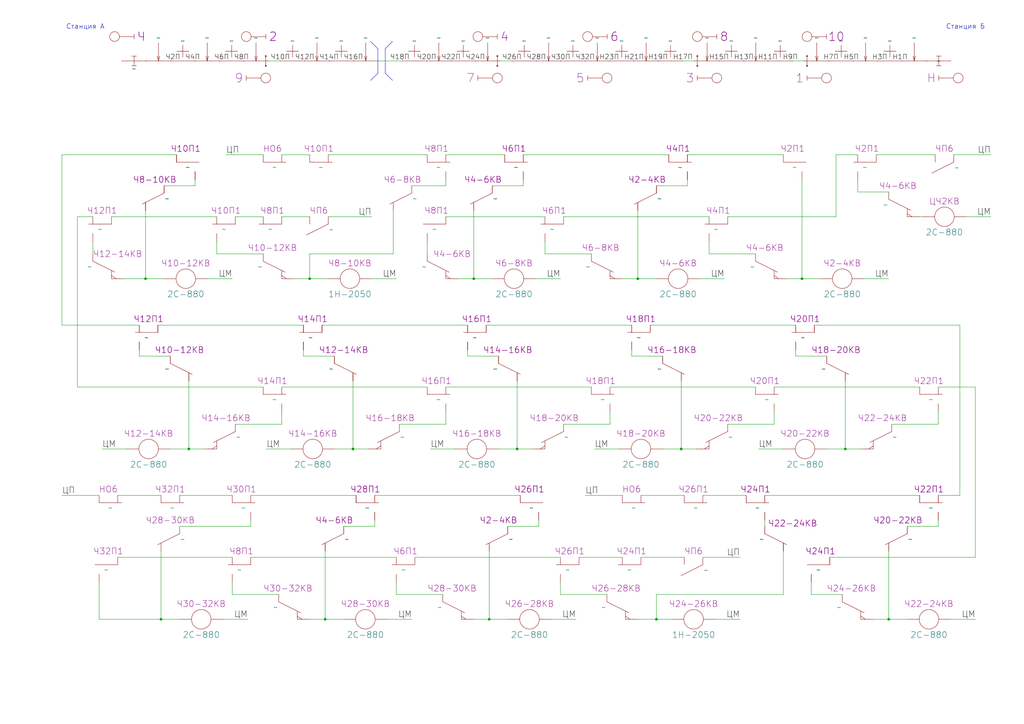
<source format=kicad_sch>
(kicad_sch (version 20231120) (generator "eeschema") (generator_version "8.0")
  (paper "A3")
  (title_block (title "Станция А") (company "МКТ РУТ (МИИТ)") (comment 1 "КП 27.02.03.03.000 ГЧ") (comment 2 "Сафранович") (comment 3 "Бузунова"))
  (junction (at 144.78 184.15))
  (junction (at 328.93 114.3))
  (junction (at 346.71 184.15))
  (junction (at 269.24 254))
  (junction (at 212.09 184.15))
  (junction (at 77.47 184.15))
  (junction (at 364.49 254))
  (junction (at 59.69 114.3))
  (junction (at 261.62 114.3))
  (junction (at 194.31 114.3))
  (junction (at 133.35 254))
  (junction (at 66.04 254))
  (junction (at 200.66 254))
  (junction (at 127 114.3))
  (junction (at 279.4 184.15))
  (wire (pts (xy 384.81 215.9) (xy 384.81 213.36)))
  (wire (pts (xy 328.93 114.3) (xy 336.55 114.3)))
  (wire (pts (xy 288.29 228.6) (xy 303.53 228.6)))
  (wire (pts (xy 182.88 173.99) (xy 163.83 173.99)))
  (wire (pts (xy 73.66 203.2) (xy 95.25 203.2)))
  (wire (pts (xy 77.47 156.21) (xy 77.47 184.15)))
  (wire (pts (xy 191.77 133.35) (xy 132.08 133.35)))
  (wire (pts (xy 38.1 88.9) (xy 31.75 88.9)))
  (polyline (pts (xy 158 20) (xy 158 30)))
  (wire (pts (xy 40.64 254) (xy 66.04 254)))
  (wire (pts (xy 186.69 184.15) (xy 176.53 184.15)))
  (wire (pts (xy 377.19 88.9) (xy 378.46 88.9)))
  (wire (pts (xy 229.87 243.84) (xy 248.92 243.84)))
  (wire (pts (xy 48.26 203.2) (xy 66.04 203.2)))
  (wire (pts (xy 162.56 238.76) (xy 162.56 243.84)))
  (wire (pts (xy 353.06 184.15) (xy 346.71 184.15)))
  (wire (pts (xy 321.31 184.15) (xy 311.15 184.15)))
  (wire (pts (xy 158.75 254) (xy 168.91 254)))
  (wire (pts (xy 223.52 104.14) (xy 242.57 104.14)))
  (wire (pts (xy 332.74 243.84) (xy 345.44 243.84)))
  (wire (pts (xy 31.75 88.9) (xy 31.75 158.75)))
  (wire (pts (xy 40.64 238.76) (xy 40.64 254)))
  (wire (pts (xy 77.47 184.15) (xy 69.85 184.15)))
  (wire (pts (xy 262.89 228.6) (xy 280.67 228.6)))
  (wire (pts (xy 115.57 158.75) (xy 175.26 158.75)))
  (wire (pts (xy 293.37 254) (xy 303.53 254)))
  (wire (pts (xy 321.31 226.06) (xy 321.31 243.84)))
  (wire (pts (xy 359.41 63.5) (xy 383.54 63.5)))
  (wire (pts (xy 242.57 158.75) (xy 182.88 158.75)))
  (wire (pts (xy 73.66 215.9) (xy 102.87 215.9)))
  (wire (pts (xy 358.14 254) (xy 364.49 254)))
  (wire (pts (xy 351.79 73.66) (xy 351.79 78.74)))
  (wire (pts (xy 120.65 114.3) (xy 127 114.3)))
  (wire (pts (xy 250.19 173.99) (xy 231.14 173.99)))
  (wire (pts (xy 25.4 63.5) (xy 25.4 133.35)))
  (wire (pts (xy 133.35 226.06) (xy 133.35 254)))
  (wire (pts (xy 332.74 238.76) (xy 332.74 243.84)))
  (wire (pts (xy 124.46 146.05) (xy 124.46 143.51)))
  (wire (pts (xy 127 114.3) (xy 134.62 114.3)))
  (wire (pts (xy 204.47 146.05) (xy 191.77 146.05)))
  (wire (pts (xy 271.78 146.05) (xy 259.08 146.05)))
  (wire (pts (xy 77.47 184.15) (xy 83.82 184.15)))
  (wire (pts (xy 144.78 184.15) (xy 137.16 184.15)))
  (wire (pts (xy 339.09 146.05) (xy 326.39 146.05)))
  (wire (pts (xy 48.26 228.6) (xy 95.25 228.6)))
  (wire (pts (xy 290.83 104.14) (xy 309.88 104.14)))
  (wire (pts (xy 226.06 254) (xy 236.22 254)))
  (wire (pts (xy 219.71 114.3) (xy 229.87 114.3)))
  (wire (pts (xy 259.08 133.35) (xy 199.39 133.35)))
  (wire (pts (xy 31.75 158.75) (xy 107.95 158.75)))
  (wire (pts (xy 290.83 99.06) (xy 290.83 104.14)))
  (wire (pts (xy 45.72 88.9) (xy 88.9 88.9)))
  (wire (pts (xy 372.11 215.9) (xy 384.81 215.9)))
  (wire (pts (xy 384.81 168.91) (xy 384.81 173.99)))
  (wire (pts (xy 287.02 114.3) (xy 297.18 114.3)))
  (wire (pts (xy 115.57 88.9) (xy 127 88.9)))
  (wire (pts (xy 59.69 86.36) (xy 59.69 114.3)))
  (wire (pts (xy 25.4 133.35) (xy 57.15 133.35)))
  (wire (pts (xy 102.87 215.9) (xy 102.87 213.36)))
  (wire (pts (xy 261.62 86.36) (xy 261.62 114.3)))
  (wire (pts (xy 95.25 238.76) (xy 95.25 243.84)))
  (wire (pts (xy 115.57 168.91) (xy 115.57 173.99)))
  (wire (pts (xy 313.69 203.2) (xy 377.19 203.2)))
  (wire (pts (xy 96.52 88.9) (xy 107.95 88.9)))
  (wire (pts (xy 25.4 203.2) (xy 40.64 203.2)))
  (wire (pts (xy 377.19 158.75) (xy 317.5 158.75)))
  (wire (pts (xy 240.03 203.2) (xy 255.27 203.2)))
  (wire (pts (xy 168.91 76.2) (xy 182.88 76.2)))
  (wire (pts (xy 364.49 254) (xy 372.11 254)))
  (wire (pts (xy 88.9 99.06) (xy 88.9 104.14)))
  (wire (pts (xy 95.25 243.84) (xy 114.3 243.84)))
  (wire (pts (xy 309.88 158.75) (xy 250.19 158.75)))
  (wire (pts (xy 214.63 76.2) (xy 214.63 73.66)))
  (wire (pts (xy 208.28 215.9) (xy 220.98 215.9)))
  (wire (pts (xy 175.26 99.06) (xy 175.26 104.14)))
  (wire (pts (xy 384.81 173.99) (xy 365.76 173.99)))
  (wire (pts (xy 144.78 156.21) (xy 144.78 184.15)))
  (wire (pts (xy 102.87 203.2) (xy 146.05 203.2)))
  (wire (pts (xy 279.4 156.21) (xy 279.4 184.15)))
  (wire (pts (xy 346.71 156.21) (xy 346.71 184.15)))
  (wire (pts (xy 400.05 158.75) (xy 400.05 228.6)))
  (wire (pts (xy 200.66 254) (xy 208.28 254)))
  (wire (pts (xy 281.94 63.5) (xy 321.31 63.5)))
  (wire (pts (xy 269.24 243.84) (xy 321.31 243.84)))
  (wire (pts (xy 110 25) (xy 115 25)))
  (wire (pts (xy 66.04 254) (xy 73.66 254)))
  (wire (pts (xy 396.24 88.9) (xy 406.4 88.9)))
  (wire (pts (xy 269.24 76.2) (xy 281.94 76.2)))
  (wire (pts (xy 182.88 88.9) (xy 223.52 88.9)))
  (wire (pts (xy 170.18 228.6) (xy 229.87 228.6)))
  (wire (pts (xy 115.57 63.5) (xy 127 63.5)))
  (wire (pts (xy 214.63 63.5) (xy 274.32 63.5)))
  (wire (pts (xy 250.19 168.91) (xy 250.19 173.99)))
  (wire (pts (xy 57.15 146.05) (xy 57.15 143.51)))
  (wire (pts (xy 80.01 76.2) (xy 80.01 73.66)))
  (wire (pts (xy 325 25) (xy 330 25)))
  (wire (pts (xy 317.5 168.91) (xy 317.5 173.99)))
  (wire (pts (xy 326.39 133.35) (xy 266.7 133.35)))
  (wire (pts (xy 161.29 104.14) (xy 161.29 86.36)))
  (wire (pts (xy 201.93 76.2) (xy 214.63 76.2)))
  (wire (pts (xy 102.87 228.6) (xy 162.56 228.6)))
  (wire (pts (xy 69.85 146.05) (xy 57.15 146.05)))
  (wire (pts (xy 317.5 173.99) (xy 298.45 173.99)))
  (wire (pts (xy 194.31 86.36) (xy 194.31 114.3)))
  (wire (pts (xy 261.62 114.3) (xy 269.24 114.3)))
  (wire (pts (xy 191.77 146.05) (xy 191.77 143.51)))
  (wire (pts (xy 182.88 63.5) (xy 207.01 63.5)))
  (wire (pts (xy 85.09 114.3) (xy 95.25 114.3)))
  (wire (pts (xy 144.78 184.15) (xy 151.13 184.15)))
  (wire (pts (xy 205 25) (xy 210 25)))
  (wire (pts (xy 119.38 184.15) (xy 109.22 184.15)))
  (wire (pts (xy 194.31 114.3) (xy 201.93 114.3)))
  (wire (pts (xy 162.56 243.84) (xy 181.61 243.84)))
  (wire (pts (xy 340.36 228.6) (xy 400.05 228.6)))
  (wire (pts (xy 137.16 146.05) (xy 124.46 146.05)))
  (wire (pts (xy 182.88 76.2) (xy 182.88 73.66)))
  (wire (pts (xy 261.62 254) (xy 269.24 254)))
  (wire (pts (xy 88.9 104.14) (xy 107.95 104.14)))
  (wire (pts (xy 67.31 76.2) (xy 80.01 76.2)))
  (wire (pts (xy 134.62 88.9) (xy 152.4 88.9)))
  (wire (pts (xy 91.44 254) (xy 101.6 254)))
  (wire (pts (xy 269.24 254) (xy 269.24 243.84)))
  (wire (pts (xy 326.39 146.05) (xy 326.39 143.51)))
  (wire (pts (xy 342.9 63.5) (xy 351.79 63.5)))
  (wire (pts (xy 200.66 226.06) (xy 200.66 254)))
  (wire (pts (xy 393.7 203.2) (xy 393.7 133.35)))
  (wire (pts (xy 354.33 114.3) (xy 364.49 114.3)))
  (wire (pts (xy 212.09 184.15) (xy 218.44 184.15)))
  (wire (pts (xy 133.35 254) (xy 140.97 254)))
  (wire (pts (xy 280 25) (xy 285 25)))
  (wire (pts (xy 212.09 184.15) (xy 204.47 184.15)))
  (wire (pts (xy 182.88 168.91) (xy 182.88 173.99)))
  (wire (pts (xy 254 184.15) (xy 243.84 184.15)))
  (wire (pts (xy 153.67 203.2) (xy 213.36 203.2)))
  (wire (pts (xy 364.49 226.06) (xy 364.49 254)))
  (wire (pts (xy 351.79 78.74) (xy 364.49 78.74)))
  (wire (pts (xy 281.94 76.2) (xy 281.94 73.66)))
  (wire (pts (xy 231.14 88.9) (xy 290.83 88.9)))
  (wire (pts (xy 389.89 254) (xy 400.05 254)))
  (wire (pts (xy 223.52 99.06) (xy 223.52 104.14)))
  (wire (pts (xy 279.4 184.15) (xy 271.78 184.15)))
  (wire (pts (xy 346.71 184.15) (xy 339.09 184.15)))
  (wire (pts (xy 134.62 63.5) (xy 175.26 63.5)))
  (wire (pts (xy 279.4 184.15) (xy 285.75 184.15)))
  (wire (pts (xy 115.57 173.99) (xy 96.52 173.99)))
  (wire (pts (xy 59.69 114.3) (xy 67.31 114.3)))
  (wire (pts (xy 313.69 215.9) (xy 313.69 213.36)))
  (wire (pts (xy 200.66 254) (xy 194.31 254)))
  (wire (pts (xy 50.8 114.3) (xy 59.69 114.3)))
  (wire (pts (xy 127 254) (xy 133.35 254)))
  (wire (pts (xy 288.29 203.2) (xy 306.07 203.2)))
  (wire (pts (xy 384.81 203.2) (xy 393.7 203.2)))
  (wire (pts (xy 322.58 114.3) (xy 328.93 114.3)))
  (wire (pts (xy 187.96 114.3) (xy 194.31 114.3)))
  (wire (pts (xy 342.9 88.9) (xy 298.45 88.9)))
  (polyline (pts (xy 161 17) (xy 158 20)))
  (wire (pts (xy 155 25) (xy 165 25)))
  (wire (pts (xy 38.1 99.06) (xy 38.1 104.14)))
  (polyline (pts (xy 158 30) (xy 161 33)))
  (wire (pts (xy 269.24 254) (xy 275.59 254)))
  (wire (pts (xy 391.16 63.5) (xy 406.4 63.5)))
  (polyline (pts (xy 155 20) (xy 155 30)))
  (wire (pts (xy 237.49 228.6) (xy 255.27 228.6)))
  (wire (pts (xy 259.08 146.05) (xy 259.08 143.51)))
  (wire (pts (xy 66.04 226.06) (xy 66.04 254)))
  (wire (pts (xy 220.98 215.9) (xy 220.98 213.36)))
  (wire (pts (xy 261.62 114.3) (xy 255.27 114.3)))
  (polyline (pts (xy 152 17) (xy 155 20)))
  (wire (pts (xy 212.09 156.21) (xy 212.09 184.15)))
  (wire (pts (xy 140.97 215.9) (xy 153.67 215.9)))
  (wire (pts (xy 152.4 114.3) (xy 162.56 114.3)))
  (wire (pts (xy 384.81 158.75) (xy 400.05 158.75)))
  (wire (pts (xy 153.67 215.9) (xy 153.67 213.36)))
  (wire (pts (xy 229.87 238.76) (xy 229.87 243.84)))
  (wire (pts (xy 124.46 133.35) (xy 64.77 133.35)))
  (wire (pts (xy 25.4 63.5) (xy 72.39 63.5)))
  (wire (pts (xy 262.89 203.2) (xy 280.67 203.2)))
  (wire (pts (xy 334.01 133.35) (xy 393.7 133.35)))
  (wire (pts (xy 92.71 63.5) (xy 107.95 63.5)))
  (wire (pts (xy 52.07 184.15) (xy 41.91 184.15)))
  (wire (pts (xy 328.93 73.66) (xy 328.93 114.3)))
  (polyline (pts (xy 152 33) (xy 155 30)))
  (wire (pts (xy 127 104.14) (xy 161.29 104.14)))
  (wire (pts (xy 127 104.14) (xy 127 114.3)))
  (wire (pts (xy 342.9 63.5) (xy 342.9 88.9)))
  (text "Станция А" (at 35 11 0) (effects (font (size 2 2))))
  (text "Станция Б" (at 396 11 0) (effects (font (size 2 2))))
  (label "Ч22П" (at 189 25 180) (effects (font (size 2 2))) (property "Netclass" "Рельсы" (effects (hide yes))))
  (label "ЦП" (at 240.03 203.2 0) (effects (font (size 2.5 2.5))) (property "Netclass" "Цепь" (effects (hide yes))))
  (label "ЦМ" (at 168.91 254 180) (effects (font (size 2.5 2.5))) (property "Netclass" "Цепь" (effects (hide yes))))
  (label "Ч14П" (at 139 25 180) (effects (font (size 2 2))) (property "Netclass" "Рельсы" (effects (hide yes))))
  (label "Ч16П" (at 141 25 0) (effects (font (size 2 2))) (property "Netclass" "Рельсы" (effects (hide yes))))
  (label "ЦП" (at 406.4 63.5 180) (effects (font (size 2.5 2.5))) (property "Netclass" "Цепь" (effects (hide yes))))
  (label "ЦМ" (at 364.49 114.3 180) (effects (font (size 2.5 2.5))) (property "Netclass" "Цепь" (effects (hide yes))))
  (label "ЦМ" (at 95.25 114.3 180) (effects (font (size 2.5 2.5))) (property "Netclass" "Цепь" (effects (hide yes))))
  (label "Н15П" (at 299 25 180) (effects (font (size 2 2))) (property "Netclass" "Рельсы" (effects (hide yes))))
  (label "Н9П" (at 321 25 0) (effects (font (size 2 2))) (property "Netclass" "Рельсы" (effects (hide yes))))
  (label "Ч12П" (at 121 25 0) (effects (font (size 2 2))) (property "Netclass" "Рельсы" (effects (hide yes))))
  (label "ЦМ" (at 297.18 114.3 180) (effects (font (size 2.5 2.5))) (property "Netclass" "Цепь" (effects (hide yes))))
  (label "Ч28П" (at 216 25 0) (effects (font (size 2 2))) (property "Netclass" "Рельсы" (effects (hide yes))))
  (label "ЦП" (at 92.71 63.5 0) (effects (font (size 2.5 2.5))) (property "Netclass" "Цепь" (effects (hide yes))))
  (label "Н3П" (at 364 25 180) (effects (font (size 2 2))) (property "Netclass" "Рельсы" (effects (hide yes))))
  (label "Ч26П" (at 214 25 180) (effects (font (size 2 2))) (property "Netclass" "Рельсы" (effects (hide yes))))
  (label "Ч8П" (at 96 25 0) (effects (font (size 2 2))) (property "Netclass" "Рельсы" (effects (hide yes))))
  (label "Ч10П" (at 119 25 180) (effects (font (size 2 2))) (property "Netclass" "Рельсы" (effects (hide yes))))
  (label "Н13П" (at 301 25 0) (effects (font (size 2 2))) (property "Netclass" "Рельсы" (effects (hide yes))))
  (label "Ч2П" (at 74 25 180) (effects (font (size 2 2))) (property "Netclass" "Рельсы" (effects (hide yes))))
  (label "ЦП" (at 303.53 228.6 180) (effects (font (size 2.5 2.5))) (property "Netclass" "Цепь" (effects (hide yes))))
  (label "ЦМ" (at 176.53 184.15 0) (effects (font (size 2.5 2.5))) (property "Netclass" "Цепь" (effects (hide yes))))
  (label "Н23П" (at 254 25 180) (effects (font (size 2 2))) (property "Netclass" "Рельсы" (effects (hide yes))))
  (label "ЦМ" (at 406.4 88.9 180) (effects (font (size 2.5 2.5))) (property "Netclass" "Цепь" (effects (hide yes))))
  (label "ЦМ" (at 303.53 254 180) (effects (font (size 2.5 2.5))) (property "Netclass" "Цепь" (effects (hide yes))))
  (label "ЦМ" (at 400.05 254 180) (effects (font (size 2.5 2.5))) (property "Netclass" "Цепь" (effects (hide yes))))
  (label "Ч6П" (at 94 25 180) (effects (font (size 2 2))) (property "Netclass" "Рельсы" (effects (hide yes))))
  (label "Н7П" (at 344 25 180) (effects (font (size 2 2))) (property "Netclass" "Рельсы" (effects (hide yes))))
  (label "ЦМ" (at 229.87 114.3 180) (effects (font (size 2.5 2.5))) (property "Netclass" "Цепь" (effects (hide yes))))
  (label "Ч4П" (at 76 25 0) (effects (font (size 2 2))) (property "Netclass" "Рельсы" (effects (hide yes))))
  (label "ЦМ" (at 236.22 254 180) (effects (font (size 2.5 2.5))) (property "Netclass" "Цепь" (effects (hide yes))))
  (label "ЦМ" (at 162.56 114.3 180) (effects (font (size 2.5 2.5))) (property "Netclass" "Цепь" (effects (hide yes))))
  (label "ЦМ" (at 101.6 254 180) (effects (font (size 2.5 2.5))) (property "Netclass" "Цепь" (effects (hide yes))))
  (label "Ч30П" (at 234 25 180) (effects (font (size 2 2))) (property "Netclass" "Рельсы" (effects (hide yes))))
  (label "Ч20П" (at 171 25 0) (effects (font (size 2 2))) (property "Netclass" "Рельсы" (effects (hide yes))))
  (label "Н1П" (at 366 25 0) (effects (font (size 2 2))) (property "Netclass" "Рельсы" (effects (hide yes))))
  (label "Н11П" (at 319 25 180) (effects (font (size 2 2))) (property "Netclass" "Рельсы" (effects (hide yes))))
  (label "ЦП" (at 25.4 203.2 0) (effects (font (size 2.5 2.5))) (property "Netclass" "Цепь" (effects (hide yes))))
  (label "Н19П" (at 274 25 180) (effects (font (size 2 2))) (property "Netclass" "Рельсы" (effects (hide yes))))
  (label "Н21П" (at 256 25 0) (effects (font (size 2 2))) (property "Netclass" "Рельсы" (effects (hide yes))))
  (label "ЦМ" (at 109.22 184.15 0) (effects (font (size 2.5 2.5))) (property "Netclass" "Цепь" (effects (hide yes))))
  (label "Ч24П" (at 191 25 0) (effects (font (size 2 2))) (property "Netclass" "Рельсы" (effects (hide yes))))
  (label "Ч32П" (at 236 25 0) (effects (font (size 2 2))) (property "Netclass" "Рельсы" (effects (hide yes))))
  (label "Н17П" (at 276 25 0) (effects (font (size 2 2))) (property "Netclass" "Рельсы" (effects (hide yes))))
  (label "ЦМ" (at 243.84 184.15 0) (effects (font (size 2.5 2.5))) (property "Netclass" "Цепь" (effects (hide yes))))
  (label "ЦП" (at 152.4 88.9 180) (effects (font (size 2.5 2.5))) (property "Netclass" "Цепь" (effects (hide yes))))
  (label "Н5П" (at 346 25 0) (effects (font (size 2 2))) (property "Netclass" "Рельсы" (effects (hide yes))))
  (label "ЦМ" (at 41.91 184.15 0) (effects (font (size 2.5 2.5))) (property "Netclass" "Цепь" (effects (hide yes))))
  (label "ЦМ" (at 311.15 184.15 0) (effects (font (size 2.5 2.5))) (property "Netclass" "Цепь" (effects (hide yes))))
  (label "Ч18П" (at 168 25 180) (effects (font (size 2 2))) (property "Netclass" "Рельсы" (effects (hide yes))))
  (symbol (lib_id "SCB_Relay:Контакт_нейтрального_якоря_НЗ") (at 128.27 133.35 0) (mirror y) (unit 1)
    (property "Reference" "Н1111111311" (effects (hide yes)))
    (property "Value" "~" (at 127.425 138.43 0) (effects (font (size 2.5 2.5))))
    (property "Обозначение реле" "Ч14П1" (at 128.27 130.81 0) (effects (font (size 2.5 2.5))))
  )
  (symbol (lib_name "SCB_АБТЦ:Генератор_Нитки") (lib_id "SCB_АБТЦ:Генератор_Нитки") (at 180 25 180) (unit 1)
    (property "Reference" "Генератор111111121" (effects (hide yes)))
    (property "Value" "~" (at 180 15.48 0) (effects (font (size 2.5 2.5))))
  )
  (symbol (lib_name "SCB_АБТЦ:Генератор_Нитки") (lib_id "SCB_АБТЦ:Генератор_Нитки") (at 65 25 180) (unit 1)
    (property "Reference" "Генератор11111" (effects (hide yes)))
    (property "Value" "~" (at 65 15.48 0) (effects (font (size 2.5 2.5))))
  )
  (symbol (lib_id "SCB_Relay:Контакт_нейтрального_якоря") (at 185.42 243.84 0) (unit 6)
    (property "Reference" "Н111111121" (effects (hide yes)))
    (property "Value" "~" (at 180.34 249.09 0) (effects (font (size 2.5 2.5))))
    (property "Обозначение реле" "Ч28-30КВ" (at 185.42 241.3 0) (effects (font (size 2.5 2.5))))
  )
  (symbol (lib_name "SCB_Relay:Контакт_нейтрального_якоря_НЗ") (lib_id "SCB_Relay:Контакт_нейтрального_якоря_НЗ") (at 99.06 203.2 0) (unit 1)
    (property "Reference" "Н11111111" (effects (hide yes)))
    (property "Value" "~" (at 99.905 208.28 0) (effects (font (size 2.5 2.5))))
    (property "Обозначение реле" "Ч30П1" (at 99.06 200.66 0) (effects (font (size 2.5 2.5))))
  )
  (symbol (lib_id "SCB:Светофор") (at 385 32 180) (unit 1)
    (property "Reference" "Светофор1131" (effects (hide yes)))
    (property "Литера" "Н" (at 382 32 0) (effects (font (size 3.5 3.5))))
  )
  (symbol (lib_name "SCB_Relay:Контакт_нейтрального_якоря_НЗ") (lib_id "SCB_Relay:Контакт_нейтрального_якоря_НЗ") (at 233.68 228.6 0) (mirror y) (unit 1)
    (property "Reference" "Н111111113" (effects (hide yes)))
    (property "Value" "~" (at 232.835 233.68 0) (effects (font (size 2.5 2.5))))
    (property "Обозначение реле" "Ч26П1" (at 233.68 226.06 0) (effects (font (size 2.5 2.5))))
  )
  (symbol (lib_name "SCB_АБТЦ:Генератор_Нитки") (lib_id "SCB_АБТЦ:Генератор_Нитки") (at 290 25 180) (unit 1)
    (property "Reference" "Генератор11111161" (effects (hide yes)))
    (property "Value" "~" (at 290 15.48 0) (effects (font (size 2.5 2.5))))
  )
  (symbol (lib_name "SCB_Relay:Контакт_нейтрального_якоря_НЗ") (lib_id "SCB_Relay:Контакт_нейтрального_якоря_НЗ") (at 41.91 88.9 0) (mirror y) (unit 1)
    (property "Reference" "Н111111111" (effects (hide yes)))
    (property "Value" "~" (at 41.065 93.98 0) (effects (font (size 2.5 2.5))))
    (property "Обозначение реле" "Ч12П1" (at 41.91 86.36 0) (effects (font (size 2.5 2.5))))
  )
  (symbol (lib_id "SCB_Relay:Нейтральное") (at 345.44 114.3 0) (unit 1)
    (property "Reference" "Н11" (effects (hide yes)))
    (property "Value" "2С-880" (at 345.44 120.65 0) (effects (font (size 2.5 2.5))))
    (property "Обозначение реле" "Ч2-4КВ" (at 345.44 107.95 0) (effects (font (size 2.5 2.5))))
  )
  (symbol (lib_name "SCB_Relay:Контакт_нейтрального_якоря") (lib_id "SCB_Relay:Контакт_нейтрального_якоря") (at 387.35 63.5 0) (mirror y) (unit 3)
    (property "Reference" "Н111111121" (effects (hide yes)))
    (property "Value" "~" (at 392.43 68.75 0) (effects (font (size 2.5 2.5))))
    (property "Обозначение реле" "ЧП6" (at 387.35 60.96 0) (effects (font (size 2.5 2.5))))
  )
  (symbol (lib_name "SCB_Relay:Контакт_нейтрального_якоря") (lib_id "SCB_Relay:Контакт_нейтрального_якоря") (at 111.76 104.14 0) (unit 6)
    (property "Reference" "Н1111111" (effects (hide yes)))
    (property "Value" "~" (at 106.68 109.39 0) (effects (font (size 2.5 2.5))))
    (property "Обозначение реле" "Ч10-12КВ" (at 111.76 101.6 0) (effects (font (size 2.5 2.5))))
  )
  (symbol (lib_name "SCB_АБТЦ:Генератор_Нитки") (lib_id "SCB_АБТЦ:Генератор_Нитки") (at 265 25 180) (unit 1)
    (property "Reference" "Генератор11111151" (effects (hide yes)))
    (property "Value" "~" (at 265 15.48 0) (effects (font (size 2.5 2.5))))
  )
  (symbol (lib_name "SCB_Relay:Контакт_нейтрального_якоря") (lib_id "SCB_Relay:Контакт_нейтрального_якоря") (at 368.3 78.74 0) (unit 6)
    (property "Reference" "Н11111112" (effects (hide yes)))
    (property "Value" "~" (at 363.22 83.99 0) (effects (font (size 2.5 2.5))))
    (property "Обозначение реле" "Ч4-6КВ" (at 368.3 76.2 0) (effects (font (size 2.5 2.5))))
  )
  (symbol (lib_id "SCB_Relay:Нейтральное") (at 330.2 184.15 0) (mirror y) (unit 1)
    (property "Reference" "Н111" (effects (hide yes)))
    (property "Value" "2С-880" (at 330.2 190.5 0) (effects (font (size 2.5 2.5))))
    (property "Обозначение реле" "Ч20-22КВ" (at 330.2 177.8 0) (effects (font (size 2.5 2.5))))
  )
  (symbol (lib_name "SCB_Relay:Контакт_нейтрального_якоря") (lib_id "SCB_Relay:Контакт_нейтрального_якоря") (at 92.71 173.99 0) (mirror y) (unit 6)
    (property "Reference" "Н11111112211" (effects (hide yes)))
    (property "Value" "~" (at 97.79 179.24 0) (effects (font (size 2.5 2.5))))
    (property "Обозначение реле" "Ч14-16КВ" (at 92.71 171.45 0) (effects (font (size 2.5 2.5))))
  )
  (symbol (lib_name "SCB_Relay:Контакт_нейтрального_якоря") (lib_id "SCB_Relay:Контакт_нейтрального_якоря") (at 73.66 146.05 0) (unit 2)
    (property "Reference" "Н1111111311" (effects (hide yes)))
    (property "Value" "~" (at 68.58 151.3 0) (effects (font (size 2.5 2.5))))
    (property "Обозначение реле" "Ч10-12КВ" (at 73.66 143.51 0) (effects (font (size 2.5 2.5))))
  )
  (symbol (lib_name "SCB_Relay:Контакт_нейтрального_якоря_НЗ") (lib_id "SCB_Relay:Контакт_нейтрального_якоря_НЗ") (at 130.81 63.5 0) (unit 3)
    (property "Reference" "Н111111" (effects (hide yes)))
    (property "Value" "~" (at 131.655 68.58 0) (effects (font (size 2.5 2.5))))
    (property "Обозначение реле" "Ч10П1" (at 130.81 60.96 0) (effects (font (size 2.5 2.5))))
  )
  (symbol (lib_name "SCB_Relay:Контакт_нейтрального_якоря_НЗ") (lib_id "SCB_Relay:Контакт_нейтрального_якоря_НЗ") (at 195.58 133.35 0) (mirror y) (unit 1)
    (property "Reference" "Н1111111311" (effects (hide yes)))
    (property "Value" "~" (at 194.735 138.43 0) (effects (font (size 2.5 2.5))))
    (property "Обозначение реле" "Ч16П1" (at 195.58 130.81 0) (effects (font (size 2.5 2.5))))
  )
  (symbol (lib_id "SCB_Relay:Нейтральное") (at 210.82 114.3 0) (unit 1)
    (property "Reference" "Н11" (effects (hide yes)))
    (property "Value" "2С-880" (at 210.82 120.65 0) (effects (font (size 2.5 2.5))))
    (property "Обозначение реле" "Ч6-8КВ" (at 210.82 107.95 0) (effects (font (size 2.5 2.5))))
  )
  (symbol (lib_name "SCB_Relay:Контакт_нейтрального_якоря") (lib_id "SCB_Relay:Контакт_нейтрального_якоря") (at 165.1 76.2 0) (mirror y) (unit 2)
    (property "Reference" "Н111111" (effects (hide yes)))
    (property "Value" "~" (at 170.18 81.45 0) (effects (font (size 2.5 2.5))))
    (property "Обозначение реле" "Ч6-8КВ" (at 165.1 73.66 0) (effects (font (size 2.5 2.5))))
  )
  (symbol (lib_name "SCB_АБТЦ:Генератор_Нитки") (lib_id "SCB_АБТЦ:Генератор_Нитки") (at 130 25 180) (unit 1)
    (property "Reference" "Генератор111111111" (effects (hide yes)))
    (property "Value" "~" (at 130 15.48 0) (effects (font (size 2.5 2.5))))
  )
  (symbol (lib_name "SCB_АБТЦ:Приемник_Нитки") (lib_id "SCB_АБТЦ:Приемник_Нитки") (at 120 25 180) (unit 1)
    (property "Reference" "Приемник1111111" (effects (hide yes)))
    (property "Value" "~" (at 120 16.75 0) (effects (font (size 2.5 2.5))))
  )
  (symbol (lib_name "SCB_Relay:Контакт_нейтрального_якоря") (lib_id "SCB_Relay:Контакт_нейтрального_якоря") (at 179.07 104.14 0) (unit 6)
    (property "Reference" "Н11111112" (effects (hide yes)))
    (property "Value" "~" (at 173.99 109.39 0) (effects (font (size 2.5 2.5))))
    (property "Обозначение реле" "Ч4-6КВ" (at 185.42 104.14 0) (effects (font (size 2.5 2.5))))
  )
  (symbol (lib_id "SCB_Relay:Нейтральное") (at 128.27 184.15 0) (mirror y) (unit 1)
    (property "Reference" "Н1121" (effects (hide yes)))
    (property "Value" "2С-880" (at 128.27 190.5 0) (effects (font (size 2.5 2.5))))
    (property "Обозначение реле" "Ч14-16КВ" (at 128.27 177.8 0) (effects (font (size 2.5 2.5))))
  )
  (symbol (lib_id "SCB:Светофор") (at 101 32 180) (unit 1)
    (property "Reference" "Светофор121" (effects (hide yes)))
    (property "Литера" "9" (at 98 32 0) (effects (font (size 3.5 3.5))))
  )
  (symbol (lib_name "SCB_Relay:Контакт_нейтрального_якоря") (lib_id "SCB_Relay:Контакт_нейтрального_якоря") (at 118.11 243.84 0) (unit 6)
    (property "Reference" "Н111111121" (effects (hide yes)))
    (property "Value" "~" (at 113.03 249.09 0) (effects (font (size 2.5 2.5))))
    (property "Обозначение реле" "Ч30-32КВ" (at 118.11 241.3 0) (effects (font (size 2.5 2.5))))
  )
  (symbol (lib_name "SCB_Relay:Контакт_нейтрального_якоря") (lib_id "SCB_Relay:Контакт_нейтрального_якоря") (at 41.91 104.14 0) (unit 6)
    (property "Reference" "Н111111121" (effects (hide yes)))
    (property "Value" "~" (at 36.83 109.39 0) (effects (font (size 2.5 2.5))))
    (property "Обозначение реле" "Ч12-14КВ" (at 48.26 104.14 0) (effects (font (size 2.5 2.5))))
  )
  (symbol (lib_name "SCB_Relay:Контакт_нейтрального_якоря_НЗ") (lib_id "SCB_Relay:Контакт_нейтрального_якоря_НЗ") (at 111.76 158.75 0) (unit 1)
    (property "Reference" "Н11111111211" (effects (hide yes)))
    (property "Value" "~" (at 112.605 163.83 0) (effects (font (size 2.5 2.5))))
    (property "Обозначение реле" "Ч14П1" (at 111.76 156.21 0) (effects (font (size 2.5 2.5))))
  )
  (symbol (lib_name "SCB_АБТЦ:Генератор_Нитки") (lib_id "SCB_АБТЦ:Генератор_Нитки") (at 245 25 180) (unit 1)
    (property "Reference" "Генератор11111141" (effects (hide yes)))
    (property "Value" "~" (at 245 15.48 0) (effects (font (size 2.5 2.5))))
  )
  (symbol (lib_name "SCB_Relay:Контакт_нейтрального_якоря_НЗ") (lib_id "SCB_Relay:Контакт_нейтрального_якоря_НЗ") (at 284.48 203.2 0) (unit 3)
    (property "Reference" "Н11111111" (effects (hide yes)))
    (property "Value" "~" (at 285.325 208.28 0) (effects (font (size 2.5 2.5))))
    (property "Обозначение реле" "Ч26П1" (at 284.48 200.66 0) (effects (font (size 2.5 2.5))))
  )
  (symbol (lib_name "SCB_АБТЦ:Генератор_Нитки") (lib_id "SCB_АБТЦ:Генератор_Нитки") (at 150 25 180) (unit 1)
    (property "Reference" "Генератор11111111" (effects (hide yes)))
    (property "Value" "~" (at 150 15.48 0) (effects (font (size 2.5 2.5))))
  )
  (symbol (lib_name "SCB_Relay:Контакт_нейтрального_якоря_НЗ") (lib_id "SCB_Relay:Контакт_нейтрального_якоря_НЗ") (at 111.76 63.5 0) (unit 3)
    (property "Reference" "Н11111" (effects (hide yes)))
    (property "Value" "~" (at 112.605 68.58 0) (effects (font (size 2.5 2.5))))
    (property "Обозначение реле" "НО6" (at 111.76 60.96 0) (effects (font (size 2.5 2.5))))
  )
  (symbol (lib_name "SCB_Relay:Контакт_нейтрального_якоря") (lib_id "SCB_Relay:Контакт_нейтрального_якоря") (at 317.5 215.9 0) (unit 2)
    (property "Reference" "Н11111121" (effects (hide yes)))
    (property "Value" "~" (at 312.42 221.15 0) (effects (font (size 2.5 2.5))))
    (property "Обозначение реле" "Ч22-24КВ" (at 325.12 214.63 0) (effects (font (size 2.5 2.5))))
  )
  (symbol (lib_name "SCB_Relay:Контакт_нейтрального_якоря_НЗ") (lib_id "SCB_Relay:Контакт_нейтрального_якоря_НЗ") (at 313.69 158.75 0) (unit 1)
    (property "Reference" "Н111111112" (effects (hide yes)))
    (property "Value" "~" (at 314.535 163.83 0) (effects (font (size 2.5 2.5))))
    (property "Обозначение реле" "Ч20П1" (at 313.69 156.21 0) (effects (font (size 2.5 2.5))))
  )
  (symbol (lib_name "SCB_АБТЦ:Генератор_Нитки") (lib_id "SCB_АБТЦ:Генератор_Нитки") (at 85 25 180) (unit 1)
    (property "Reference" "Генератор1111111" (effects (hide yes)))
    (property "Value" "~" (at 85 15.48 0) (effects (font (size 2.5 2.5))))
  )
  (symbol (lib_name "SCB_Relay:Контакт_нейтрального_якоря_НЗ") (lib_id "SCB_Relay:Контакт_нейтрального_якоря_НЗ") (at 262.89 133.35 0) (mirror y) (unit 1)
    (property "Reference" "Н111111131" (effects (hide yes)))
    (property "Value" "~" (at 262.045 138.43 0) (effects (font (size 2.5 2.5))))
    (property "Обозначение реле" "Ч18П1" (at 262.89 130.81 0) (effects (font (size 2.5 2.5))))
  )
  (symbol (lib_name "SCB_АБТЦ:Генератор_Нитки") (lib_id "SCB_АБТЦ:Генератор_Нитки") (at 335 25 180) (unit 1)
    (property "Reference" "Генератор11111181" (effects (hide yes)))
    (property "Value" "~" (at 335 15.48 0) (effects (font (size 2.5 2.5))))
  )
  (symbol (lib_name "SCB_Relay:Контакт_нейтрального_якоря_НЗ") (lib_id "SCB_Relay:Контакт_нейтрального_якоря_НЗ") (at 259.08 203.2 0) (unit 3)
    (property "Reference" "Н1111111" (effects (hide yes)))
    (property "Value" "~" (at 259.925 208.28 0) (effects (font (size 2.5 2.5))))
    (property "Обозначение реле" "НО6" (at 259.08 200.66 0) (effects (font (size 2.5 2.5))))
  )
  (symbol (lib_name "SCB_Relay:Контакт_нейтрального_якоря_НЗ") (lib_id "SCB_Relay:Контакт_нейтрального_якоря_НЗ") (at 99.06 228.6 0) (mirror y) (unit 1)
    (property "Reference" "Н111111111" (effects (hide yes)))
    (property "Value" "~" (at 98.215 233.68 0) (effects (font (size 2.5 2.5))))
    (property "Обозначение реле" "Ч8П1" (at 99.06 226.06 0) (effects (font (size 2.5 2.5))))
  )
  (symbol (lib_id "SCB_Relay:Нейтральное") (at 195.58 184.15 0) (mirror y) (unit 1)
    (property "Reference" "Н1121" (effects (hide yes)))
    (property "Value" "2С-880" (at 195.58 190.5 0) (effects (font (size 2.5 2.5))))
    (property "Обозначение реле" "Ч16-18КВ" (at 195.58 177.8 0) (effects (font (size 2.5 2.5))))
  )
  (symbol (lib_name "SCB_Relay:Контакт_нейтрального_якоря") (lib_id "SCB_Relay:Контакт_нейтрального_якоря") (at 361.95 173.99 0) (mirror y) (unit 6)
    (property "Reference" "Н111111121" (effects (hide yes)))
    (property "Value" "~" (at 367.03 179.24 0) (effects (font (size 2.5 2.5))))
    (property "Обозначение реле" "Ч22-24КВ" (at 361.95 171.45 0) (effects (font (size 2.5 2.5))))
  )
  (symbol (lib_id "SCB:УКСПС") (at 109 25 0) (unit 1)
    (property "Reference" "УКСПС111" (effects (hide yes)))
    (property "Литера" "?УКСПС" (effects (hide yes)))
  )
  (symbol (lib_id "SCB:Светофор") (at 109 15 0) (unit 1)
    (property "Reference" "Светофор131" (effects (hide yes)))
    (property "Литера" "2" (at 112 15 0) (effects (font (size 3.5 3.5))))
  )
  (symbol (lib_name "SCB_Relay:Контакт_нейтрального_якоря") (lib_id "SCB_Relay:Контакт_нейтрального_якоря") (at 313.69 104.14 0) (unit 6)
    (property "Reference" "Н11111112" (effects (hide yes)))
    (property "Value" "~" (at 308.61 109.39 0) (effects (font (size 2.5 2.5))))
    (property "Обозначение реле" "Ч4-6КВ" (at 313.69 101.6 0) (effects (font (size 2.5 2.5))))
  )
  (symbol (lib_name "SCB_Relay:Контакт_нейтрального_якоря_НЗ") (lib_id "SCB_Relay:Контакт_нейтрального_якоря_НЗ") (at 92.71 88.9 0) (mirror y) (unit 1)
    (property "Reference" "Н1111111" (effects (hide yes)))
    (property "Value" "~" (at 91.865 93.98 0) (effects (font (size 2.5 2.5))))
    (property "Обозначение реле" "Ч10П1" (at 92.71 86.36 0) (effects (font (size 2.5 2.5))))
  )
  (symbol (lib_name "SCB_Relay:Контакт_нейтрального_якоря_НЗ") (lib_id "SCB_Relay:Контакт_нейтрального_якоря_НЗ") (at 166.37 228.6 0) (mirror y) (unit 1)
    (property "Reference" "Н111111113" (effects (hide yes)))
    (property "Value" "~" (at 165.525 233.68 0) (effects (font (size 2.5 2.5))))
    (property "Обозначение реле" "Ч6П1" (at 166.37 226.06 0) (effects (font (size 2.5 2.5))))
  )
  (symbol (lib_id "SCB_Relay:Нейтральное") (at 76.2 114.3 0) (unit 1)
    (property "Reference" "Н111" (effects (hide yes)))
    (property "Value" "2С-880" (at 76.2 120.65 0) (effects (font (size 2.5 2.5))))
    (property "Обозначение реле" "Ч10-12КВ" (at 76.2 107.95 0) (effects (font (size 2.5 2.5))))
  )
  (symbol (lib_name "SCB_Relay:Контакт_нейтрального_якоря_НЗ") (lib_id "SCB_Relay:Контакт_нейтрального_якоря_НЗ") (at 381 158.75 0) (unit 1)
    (property "Reference" "Н111111111" (effects (hide yes)))
    (property "Value" "~" (at 381.845 163.83 0) (effects (font (size 2.5 2.5))))
    (property "Обозначение реле" "Ч22П1" (at 381 156.21 0) (effects (font (size 2.5 2.5))))
  )
  (symbol (lib_name "SCB_Relay:Контакт_нейтрального_якоря") (lib_id "SCB_Relay:Контакт_нейтрального_якоря") (at 130.81 88.9 0) (mirror y) (unit 3)
    (property "Reference" "Н111111121111" (effects (hide yes)))
    (property "Value" "~" (at 135.89 94.15 0) (effects (font (size 2.5 2.5))))
    (property "Обозначение реле" "ЧП6" (at 130.81 86.36 0) (effects (font (size 2.5 2.5))))
  )
  (symbol (lib_name "SCB_Relay:Контакт_нейтрального_якоря_НЗ") (lib_id "SCB_Relay:Контакт_нейтрального_якоря_НЗ") (at 246.38 158.75 0) (unit 1)
    (property "Reference" "Н1111111121" (effects (hide yes)))
    (property "Value" "~" (at 247.225 163.83 0) (effects (font (size 2.5 2.5))))
    (property "Обозначение реле" "Ч18П1" (at 246.38 156.21 0) (effects (font (size 2.5 2.5))))
  )
  (symbol (lib_name "SCB_Relay:Контакт_нейтрального_якоря_НЗ") (lib_id "SCB_Relay:Контакт_нейтрального_якоря_НЗ") (at 227.33 88.9 0) (mirror y) (unit 1)
    (property "Reference" "Н11111111" (effects (hide yes)))
    (property "Value" "~" (at 226.485 93.98 0) (effects (font (size 2.5 2.5))))
    (property "Обозначение реле" "Ч6П1" (at 227.33 86.36 0) (effects (font (size 2.5 2.5))))
  )
  (symbol (lib_name "SCB_Relay:Контакт_нейтрального_якоря") (lib_id "SCB_Relay:Контакт_нейтрального_якоря") (at 275.59 146.05 0) (unit 2)
    (property "Reference" "Н11111113" (effects (hide yes)))
    (property "Value" "~" (at 270.51 151.3 0) (effects (font (size 2.5 2.5))))
    (property "Обозначение реле" "Ч16-18КВ" (at 275.59 143.51 0) (effects (font (size 2.5 2.5))))
  )
  (symbol (lib_name "SCB_Relay:Контакт_нейтрального_якоря_НЗ") (lib_id "SCB_Relay:Контакт_нейтрального_якоря_НЗ") (at 179.07 63.5 0) (unit 1)
    (property "Reference" "Н1111111" (effects (hide yes)))
    (property "Value" "~" (at 179.915 68.58 0) (effects (font (size 2.5 2.5))))
    (property "Обозначение реле" "Ч8П1" (at 179.07 60.96 0) (effects (font (size 2.5 2.5))))
  )
  (symbol (lib_name "SCB_Relay:Контакт_нейтрального_якоря") (lib_id "SCB_Relay:Контакт_нейтрального_якоря") (at 208.28 146.05 0) (unit 2)
    (property "Reference" "Н111111131" (effects (hide yes)))
    (property "Value" "~" (at 203.2 151.3 0) (effects (font (size 2.5 2.5))))
    (property "Обозначение реле" "Ч14-16КВ" (at 208.28 143.51 0) (effects (font (size 2.5 2.5))))
  )
  (symbol (lib_name "SCB_Relay:Контакт_нейтрального_якоря_НЗ") (lib_id "SCB_Relay:Контакт_нейтрального_якоря_НЗ") (at 309.88 203.2 0) (unit 1)
    (property "Reference" "Н111111111" (effects (hide yes)))
    (property "Value" "~" (at 310.725 208.28 0) (effects (font (size 2.5 2.5))))
    (property "Обозначение реле" "Ч24П1" (at 309.88 200.66 0) (effects (font (size 2.5 2.5))))
  )
  (symbol (lib_id "SCB_Relay:Нейтральное") (at 284.48 254 0) (unit 1)
    (property "Reference" "Н112" (effects (hide yes)))
    (property "Value" "1Н-2050" (at 284.48 260.35 0) (effects (font (size 2.5 2.5))))
    (property "Обозначение реле" "Ч24-26КВ" (at 284.48 247.65 0) (effects (font (size 2.5 2.5))))
  )
  (symbol (lib_name "SCB_Relay:Контакт_нейтрального_якоря_НЗ") (lib_id "SCB_Relay:Контакт_нейтрального_якоря_НЗ") (at 336.55 228.6 0) (mirror y) (unit 2)
    (property "Reference" "Н1111111111" (effects (hide yes)))
    (property "Value" "~" (at 335.705 233.68 0) (effects (font (size 2.5 2.5))))
    (property "Обозначение реле" "Ч24П1" (at 336.55 226.06 0) (effects (font (size 2.5 2.5))))
  )
  (symbol (lib_name "SCB_АБТЦ:Приемник_Нитки") (lib_id "SCB_АБТЦ:Приемник_Нитки") (at 95 25 180) (unit 1)
    (property "Reference" "Приемник11121" (effects (hide yes)))
    (property "Value" "~" (at 95 16.75 0) (effects (font (size 2.5 2.5))))
  )
  (symbol (lib_name "SCB_Relay:Контакт_нейтрального_якоря_НЗ") (lib_id "SCB_Relay:Контакт_нейтрального_якоря_НЗ") (at 69.85 203.2 0) (unit 3)
    (property "Reference" "Н1111111" (effects (hide yes)))
    (property "Value" "~" (at 70.695 208.28 0) (effects (font (size 2.5 2.5))))
    (property "Обозначение реле" "Ч32П1" (at 69.85 200.66 0) (effects (font (size 2.5 2.5))))
  )
  (symbol (lib_name "SCB_Relay:Контакт_нейтрального_якоря") (lib_id "SCB_Relay:Контакт_нейтрального_якоря") (at 246.38 104.14 0) (unit 6)
    (property "Reference" "Н11111112" (effects (hide yes)))
    (property "Value" "~" (at 241.3 109.39 0) (effects (font (size 2.5 2.5))))
    (property "Обозначение реле" "Ч6-8КВ" (at 246.38 101.6 0) (effects (font (size 2.5 2.5))))
  )
  (symbol (lib_name "SCB_АБТЦ:Приемник_Нитки") (lib_id "SCB_АБТЦ:Приемник_Нитки") (at 320 25 180) (unit 1)
    (property "Reference" "Приемник1111181" (effects (hide yes)))
    (property "Value" "~" (at 320 16.75 0) (effects (font (size 2.5 2.5))))
  )
  (symbol (lib_name "SCB_АБТЦ:Приемник_Нитки") (lib_id "SCB_АБТЦ:Приемник_Нитки") (at 190 25 180) (unit 1)
    (property "Reference" "Приемник11111121" (effects (hide yes)))
    (property "Value" "~" (at 190 16.75 0) (effects (font (size 2.5 2.5))))
  )
  (symbol (lib_id "SCB_Relay:Нейтральное") (at 143.51 114.3 0) (unit 1)
    (property "Reference" "Н1" (effects (hide yes)))
    (property "Value" "1Н-2050" (at 143.51 120.65 0) (effects (font (size 2.5 2.5))))
    (property "Обозначение реле" "Ч8-10КВ" (at 143.51 107.95 0) (effects (font (size 2.5 2.5))))
  )
  (symbol (lib_name "SCB_АБТЦ:Приемник_Нитки") (lib_id "SCB_АБТЦ:Приемник_Нитки") (at 255 25 180) (unit 1)
    (property "Reference" "Приемник1111151" (effects (hide yes)))
    (property "Value" "~" (at 255 16.75 0) (effects (font (size 2.5 2.5))))
  )
  (symbol (lib_name "SCB_АБТЦ:Генератор_Нитки") (lib_id "SCB_АБТЦ:Генератор_Нитки") (at 105 25 180) (unit 1)
    (property "Reference" "Генератор1111121" (effects (hide yes)))
    (property "Value" "~" (at 105 15.48 0) (effects (font (size 2.5 2.5))))
  )
  (symbol (lib_name "SCB_Relay:Контакт_нейтрального_якоря") (lib_id "SCB_Relay:Контакт_нейтрального_якоря") (at 349.25 243.84 0) (unit 6)
    (property "Reference" "Н1111111211" (effects (hide yes)))
    (property "Value" "~" (at 344.17 249.09 0) (effects (font (size 2.5 2.5))))
    (property "Обозначение реле" "Ч24-26КВ" (at 349.25 241.3 0) (effects (font (size 2.5 2.5))))
  )
  (symbol (lib_id "SCB_Relay:Нейтральное") (at 381 254 0) (unit 1)
    (property "Reference" "Н1111" (effects (hide yes)))
    (property "Value" "2С-880" (at 381 260.35 0) (effects (font (size 2.5 2.5))))
    (property "Обозначение реле" "Ч22-24КВ" (at 381 247.65 0) (effects (font (size 2.5 2.5))))
  )
  (symbol (lib_name "SCB_АБТЦ:Приемник_Нитки") (lib_id "SCB_АБТЦ:Приемник_Нитки") (at 215 25 180) (unit 1)
    (property "Reference" "Приемник1111131" (effects (hide yes)))
    (property "Value" "~" (at 215 16.75 0) (effects (font (size 2.5 2.5))))
  )
  (symbol (lib_name "SCB_Relay:Контакт_нейтрального_якоря") (lib_id "SCB_Relay:Контакт_нейтрального_якоря") (at 342.9 146.05 0) (unit 2)
    (property "Reference" "Н11111113" (effects (hide yes)))
    (property "Value" "~" (at 337.82 151.3 0) (effects (font (size 2.5 2.5))))
    (property "Обозначение реле" "Ч18-20КВ" (at 342.9 143.51 0) (effects (font (size 2.5 2.5))))
  )
  (symbol (lib_name "SCB_Relay:Контакт_нейтрального_якоря") (lib_id "SCB_Relay:Контакт_нейтрального_якоря") (at 198.12 76.2 0) (mirror y) (unit 2)
    (property "Reference" "Н1111111" (effects (hide yes)))
    (property "Value" "~" (at 203.2 81.45 0) (effects (font (size 2.5 2.5))))
    (property "Обозначение реле" "Ч4-6КВ" (at 198.12 73.66 0) (effects (font (size 2.5 2.5))))
  )
  (symbol (lib_name "SCB_Relay:Контакт_нейтрального_якоря") (lib_id "SCB_Relay:Контакт_нейтрального_якоря") (at 284.48 228.6 0) (mirror y) (unit 3)
    (property "Reference" "Н11111112111" (effects (hide yes)))
    (property "Value" "~" (at 289.56 233.85 0) (effects (font (size 2.5 2.5))))
    (property "Обозначение реле" "ЧП6" (at 284.48 226.06 0) (effects (font (size 2.5 2.5))))
  )
  (symbol (lib_name "SCB_АБТЦ:Генератор_Нитки") (lib_id "SCB_АБТЦ:Генератор_Нитки") (at 375 25 180) (unit 1)
    (property "Reference" "Генератор111111101" (effects (hide yes)))
    (property "Value" "~" (at 375 15.48 0) (effects (font (size 2.5 2.5))))
  )
  (symbol (lib_id "SCB:УКСПС") (at 286 25 0) (unit 1)
    (property "Reference" "УКСПС121" (effects (hide yes)))
    (property "Литера" "?УКСПС" (effects (hide yes)))
  )
  (symbol (lib_name "SCB_Relay:Контакт_нейтрального_якоря_НЗ") (lib_id "SCB_Relay:Контакт_нейтрального_якоря_НЗ") (at 278.13 63.5 0) (unit 1)
    (property "Reference" "Н11111113" (effects (hide yes)))
    (property "Value" "~" (at 278.975 68.58 0) (effects (font (size 2.5 2.5))))
    (property "Обозначение реле" "Ч4П1" (at 278.13 60.96 0) (effects (font (size 2.5 2.5))))
  )
  (symbol (lib_id "SCB:Светофор") (at 196 32 180) (unit 1)
    (property "Reference" "Светофор1111" (effects (hide yes)))
    (property "Литера" "7" (at 193 32 0) (effects (font (size 3.5 3.5))))
  )
  (symbol (lib_name "SCB_АБТЦ:Приемник_Нитки") (lib_id "SCB_АБТЦ:Приемник_Нитки") (at 345 25 180) (unit 1)
    (property "Reference" "Приемник1111191" (effects (hide yes)))
    (property "Value" "~" (at 345 16.75 0) (effects (font (size 2.5 2.5))))
  )
  (symbol (lib_name "SCB_Relay:Контакт_нейтрального_якоря") (lib_id "SCB_Relay:Контакт_нейтрального_якоря") (at 137.16 215.9 0) (mirror y) (unit 2)
    (property "Reference" "Н11111112" (effects (hide yes)))
    (property "Value" "~" (at 142.24 221.15 0) (effects (font (size 2.5 2.5))))
    (property "Обозначение реле" "Ч4-6КВ" (at 137.16 213.36 0) (effects (font (size 2.5 2.5))))
  )
  (symbol (lib_name "SCB_Relay:Контакт_нейтрального_якоря_НЗ") (lib_id "SCB_Relay:Контакт_нейтрального_якоря_НЗ") (at 179.07 158.75 0) (unit 1)
    (property "Reference" "Н1111111121" (effects (hide yes)))
    (property "Value" "~" (at 179.915 163.83 0) (effects (font (size 2.5 2.5))))
    (property "Обозначение реле" "Ч16П1" (at 179.07 156.21 0) (effects (font (size 2.5 2.5))))
  )
  (symbol (lib_id "SCB_Relay:Нейтральное") (at 262.89 184.15 0) (mirror y) (unit 1)
    (property "Reference" "Н112" (effects (hide yes)))
    (property "Value" "2С-880" (at 262.89 190.5 0) (effects (font (size 2.5 2.5))))
    (property "Обозначение реле" "Ч18-20КВ" (at 262.89 177.8 0) (effects (font (size 2.5 2.5))))
  )
  (symbol (lib_name "SCB_АБТЦ:Приемник_Нитки") (lib_id "SCB_АБТЦ:Приемник_Нитки") (at 275 25 180) (unit 1)
    (property "Reference" "Приемник1111161" (effects (hide yes)))
    (property "Value" "~" (at 275 16.75 0) (effects (font (size 2.5 2.5))))
  )
  (symbol (lib_name "SCB_Relay:Контакт_нейтрального_якоря") (lib_id "SCB_Relay:Контакт_нейтрального_якоря") (at 69.85 215.9 0) (mirror y) (unit 2)
    (property "Reference" "Н1111112" (effects (hide yes)))
    (property "Value" "~" (at 74.93 221.15 0) (effects (font (size 2.5 2.5))))
    (property "Обозначение реле" "Ч28-30КВ" (at 69.85 213.36 0) (effects (font (size 2.5 2.5))))
  )
  (symbol (lib_name "SCB_Relay:Контакт_нейтрального_якоря") (lib_id "SCB_Relay:Контакт_нейтрального_якоря") (at 63.5 76.2 0) (mirror y) (unit 2)
    (property "Reference" "Н11111111" (effects (hide yes)))
    (property "Value" "~" (at 68.58 81.45 0) (effects (font (size 2.5 2.5))))
    (property "Обозначение реле" "Ч8-10КВ" (at 63.5 73.66 0) (effects (font (size 2.5 2.5))))
  )
  (symbol (lib_name "SCB:Изостык") (lib_id "SCB:Изостык") (at 55 25 0) (unit 2)
    (property "Reference" "И111" (effects (hide yes)))
    (property "Value" "~" (at 55 28.18 0) (effects (font (size 2.5 2.5))))
  )
  (symbol (lib_id "SCB:Светофор") (at 339 15 0) (unit 1)
    (property "Reference" "Светофор1311" (effects (hide yes)))
    (property "Литера" "10" (at 343 15 0) (effects (font (size 3.5 3.5))))
  )
  (symbol (lib_name "SCB_Relay:Контакт_нейтрального_якоря_НЗ") (lib_id "SCB_Relay:Контакт_нейтрального_якоря_НЗ") (at 381 203.2 0) (unit 1)
    (property "Reference" "Н1111111121" (effects (hide yes)))
    (property "Value" "~" (at 381.845 208.28 0) (effects (font (size 2.5 2.5))))
    (property "Обозначение реле" "Ч22П1" (at 381 200.66 0) (effects (font (size 2.5 2.5))))
  )
  (symbol (lib_name "SCB_Relay:Контакт_нейтрального_якоря_НЗ") (lib_id "SCB_Relay:Контакт_нейтрального_якоря_НЗ") (at 44.45 203.2 0) (unit 3)
    (property "Reference" "Н111111" (effects (hide yes)))
    (property "Value" "~" (at 45.295 208.28 0) (effects (font (size 2.5 2.5))))
    (property "Обозначение реле" "НО6" (at 44.45 200.66 0) (effects (font (size 2.5 2.5))))
  )
  (symbol (lib_id "SCB:Светофор") (at 204 15 0) (unit 1)
    (property "Reference" "Светофор1121" (effects (hide yes)))
    (property "Литера" "4" (at 207 15 0) (effects (font (size 3.5 3.5))))
  )
  (symbol (lib_name "SCB_АБТЦ:Приемник_Нитки") (lib_id "SCB_АБТЦ:Приемник_Нитки") (at 365 25 180) (unit 1)
    (property "Reference" "Приемник11111101" (effects (hide yes)))
    (property "Value" "~" (at 365 16.75 0) (effects (font (size 2.5 2.5))))
  )
  (symbol (lib_name "SCB_АБТЦ:Приемник_Нитки") (lib_id "SCB_АБТЦ:Приемник_Нитки") (at 300 25 180) (unit 1)
    (property "Reference" "Приемник1111171" (effects (hide yes)))
    (property "Value" "~" (at 300 16.75 0) (effects (font (size 2.5 2.5))))
  )
  (symbol (lib_id "SCB:Светофор") (at 249 15 0) (unit 1)
    (property "Reference" "Светофор11121" (effects (hide yes)))
    (property "Литера" "6" (at 252 15 0) (effects (font (size 3.5 3.5))))
  )
  (symbol (lib_name "SCB_АБТЦ:Приемник_Нитки") (lib_id "SCB_АБТЦ:Приемник_Нитки") (at 170 25 180) (unit 1)
    (property "Reference" "Приемник1111121" (effects (hide yes)))
    (property "Value" "~" (at 170 16.75 0) (effects (font (size 2.5 2.5))))
  )
  (symbol (lib_name "SCB_Relay:Контакт_нейтрального_якоря_НЗ") (lib_id "SCB_Relay:Контакт_нейтрального_якоря_НЗ") (at 210.82 63.5 0) (unit 1)
    (property "Reference" "Н11111111" (effects (hide yes)))
    (property "Value" "~" (at 211.665 68.58 0) (effects (font (size 2.5 2.5))))
    (property "Обозначение реле" "Ч6П1" (at 210.82 60.96 0) (effects (font (size 2.5 2.5))))
  )
  (symbol (lib_id "SCB_Relay:Нейтральное") (at 60.96 184.15 0) (mirror y) (unit 1)
    (property "Reference" "Н11211" (effects (hide yes)))
    (property "Value" "2С-880" (at 60.96 190.5 0) (effects (font (size 2.5 2.5))))
    (property "Обозначение реле" "Ч12-14КВ" (at 60.96 177.8 0) (effects (font (size 2.5 2.5))))
  )
  (symbol (lib_id "SCB_Relay:Нейтральное") (at 82.55 254 0) (unit 1)
    (property "Reference" "Н11" (effects (hide yes)))
    (property "Value" "2С-880" (at 82.55 260.35 0) (effects (font (size 2.5 2.5))))
    (property "Обозначение реле" "Ч30-32КВ" (at 82.55 247.65 0) (effects (font (size 2.5 2.5))))
  )
  (symbol (lib_id "SCB:Светофор") (at 241 32 180) (unit 1)
    (property "Reference" "Светофор11111" (effects (hide yes)))
    (property "Литера" "5" (at 238 32 0) (effects (font (size 3.5 3.5))))
  )
  (symbol (lib_id "SCB:Светофор") (at 294 15 0) (unit 1)
    (property "Reference" "Светофор11211" (effects (hide yes)))
    (property "Литера" "8" (at 297 15 0) (effects (font (size 3.5 3.5))))
  )
  (symbol (lib_name "SCB_Relay:Контакт_нейтрального_якоря_НЗ") (lib_id "SCB_Relay:Контакт_нейтрального_якоря_НЗ") (at 149.86 203.2 0) (unit 1)
    (property "Reference" "Н111111112" (effects (hide yes)))
    (property "Value" "~" (at 150.705 208.28 0) (effects (font (size 2.5 2.5))))
    (property "Обозначение реле" "Ч28П1" (at 149.86 200.66 0) (effects (font (size 2.5 2.5))))
  )
  (symbol (lib_name "SCB_АБТЦ:Генератор_Нитки") (lib_id "SCB_АБТЦ:Генератор_Нитки") (at 200 25 180) (unit 1)
    (property "Reference" "Генератор11111121" (effects (hide yes)))
    (property "Value" "~" (at 200 15.48 0) (effects (font (size 2.5 2.5))))
  )
  (symbol (lib_name "SCB_АБТЦ:Генератор_Нитки") (lib_id "SCB_АБТЦ:Генератор_Нитки") (at 355 25 180) (unit 1)
    (property "Reference" "Генератор11111191" (effects (hide yes)))
    (property "Value" "~" (at 355 15.48 0) (effects (font (size 2.5 2.5))))
  )
  (symbol (lib_id "SCB_Relay:Нейтральное") (at 217.17 254 0) (unit 1)
    (property "Reference" "Н112" (effects (hide yes)))
    (property "Value" "2С-880" (at 217.17 260.35 0) (effects (font (size 2.5 2.5))))
    (property "Обозначение реле" "Ч26-28КВ" (at 217.17 247.65 0) (effects (font (size 2.5 2.5))))
  )
  (symbol (lib_name "SCB_АБТЦ:Генератор_Нитки") (lib_id "SCB_АБТЦ:Генератор_Нитки") (at 225 25 180) (unit 1)
    (property "Reference" "Генератор11111131" (effects (hide yes)))
    (property "Value" "~" (at 225 15.48 0) (effects (font (size 2.5 2.5))))
  )
  (symbol (lib_name "SCB_АБТЦ:Приемник_Нитки") (lib_id "SCB_АБТЦ:Приемник_Нитки") (at 140 25 180) (unit 1)
    (property "Reference" "Приемник11111111" (effects (hide yes)))
    (property "Value" "~" (at 140 16.75 0) (effects (font (size 2.5 2.5))))
  )
  (symbol (lib_id "SCB:УКСПС") (at 204 25 0) (unit 1)
    (property "Reference" "УКСПС112" (effects (hide yes)))
    (property "Литера" "?УКСПС" (effects (hide yes)))
  )
  (symbol (lib_name "SCB_Relay:Контакт_нейтрального_якоря") (lib_id "SCB_Relay:Контакт_нейтрального_якоря") (at 368.3 215.9 0) (mirror y) (unit 2)
    (property "Reference" "Н111111131" (effects (hide yes)))
    (property "Value" "~" (at 373.38 221.15 0) (effects (font (size 2.5 2.5))))
    (property "Обозначение реле" "Ч20-22КВ" (at 368.3 213.36 0) (effects (font (size 2.5 2.5))))
  )
  (symbol (lib_name "SCB_Relay:Контакт_нейтрального_якоря_НЗ") (lib_id "SCB_Relay:Контакт_нейтрального_якоря_НЗ") (at 60.96 133.35 0) (mirror y) (unit 1)
    (property "Reference" "Н11111113111" (effects (hide yes)))
    (property "Value" "~" (at 60.115 138.43 0) (effects (font (size 2.5 2.5))))
    (property "Обозначение реле" "Ч12П1" (at 60.96 130.81 0) (effects (font (size 2.5 2.5))))
  )
  (symbol (lib_name "SCB_Relay:Контакт_нейтрального_якоря_НЗ") (lib_id "SCB_Relay:Контакт_нейтрального_якоря_НЗ") (at 76.2 63.5 0) (unit 2)
    (property "Reference" "Н111111111" (effects (hide yes)))
    (property "Value" "~" (at 77.045 68.58 0) (effects (font (size 2.5 2.5))))
    (property "Обозначение реле" "Ч10П1" (at 76.2 60.96 0) (effects (font (size 2.5 2.5))))
  )
  (symbol (lib_name "SCB_Relay:Контакт_нейтрального_якоря_НЗ") (lib_id "SCB_Relay:Контакт_нейтрального_якоря_НЗ") (at 259.08 228.6 0) (mirror y) (unit 3)
    (property "Reference" "Н1111111111" (effects (hide yes)))
    (property "Value" "~" (at 258.235 233.68 0) (effects (font (size 2.5 2.5))))
    (property "Обозначение реле" "Ч24П1" (at 259.08 226.06 0) (effects (font (size 2.5 2.5))))
  )
  (symbol (lib_name "SCB_Relay:Контакт_нейтрального_якоря_НЗ") (lib_id "SCB_Relay:Контакт_нейтрального_якоря_НЗ") (at 294.64 88.9 0) (mirror y) (unit 1)
    (property "Reference" "Н11111111" (effects (hide yes)))
    (property "Value" "~" (at 293.795 93.98 0) (effects (font (size 2.5 2.5))))
    (property "Обозначение реле" "Ч4П1" (at 294.64 86.36 0) (effects (font (size 2.5 2.5))))
  )
  (symbol (lib_name "SCB_Relay:Контакт_нейтрального_якоря") (lib_id "SCB_Relay:Контакт_нейтрального_якоря") (at 204.47 215.9 0) (mirror y) (unit 2)
    (property "Reference" "Н11111113" (effects (hide yes)))
    (property "Value" "~" (at 209.55 221.15 0) (effects (font (size 2.5 2.5))))
    (property "Обозначение реле" "Ч2-4КВ" (at 204.47 213.36 0) (effects (font (size 2.5 2.5))))
  )
  (symbol (lib_name "SCB_Relay:Контакт_нейтрального_якоря") (lib_id "SCB_Relay:Контакт_нейтрального_якоря") (at 160.02 173.99 0) (mirror y) (unit 6)
    (property "Reference" "Н1111111221" (effects (hide yes)))
    (property "Value" "~" (at 165.1 179.24 0) (effects (font (size 2.5 2.5))))
    (property "Обозначение реле" "Ч16-18КВ" (at 160.02 171.45 0) (effects (font (size 2.5 2.5))))
  )
  (symbol (lib_name "SCB_Relay:Контакт_нейтрального_якоря_НЗ") (lib_id "SCB_Relay:Контакт_нейтрального_якоря_НЗ") (at 179.07 88.9 0) (mirror y) (unit 2)
    (property "Reference" "Н11111111" (effects (hide yes)))
    (property "Value" "~" (at 178.225 93.98 0) (effects (font (size 2.5 2.5))))
    (property "Обозначение реле" "Ч8П1" (at 179.07 86.36 0) (effects (font (size 2.5 2.5))))
  )
  (symbol (lib_name "SCB_Relay:Контакт_нейтрального_якоря") (lib_id "SCB_Relay:Контакт_нейтрального_якоря") (at 140.97 146.05 0) (unit 2)
    (property "Reference" "Н111111131" (effects (hide yes)))
    (property "Value" "~" (at 135.89 151.3 0) (effects (font (size 2.5 2.5))))
    (property "Обозначение реле" "Ч12-14КВ" (at 140.97 143.51 0) (effects (font (size 2.5 2.5))))
  )
  (symbol (lib_name "SCB_АБТЦ:Приемник_Нитки") (lib_id "SCB_АБТЦ:Приемник_Нитки") (at 235 25 180) (unit 1)
    (property "Reference" "Приемник1111141" (effects (hide yes)))
    (property "Value" "~" (at 235 16.75 0) (effects (font (size 2.5 2.5))))
  )
  (symbol (lib_name "SCB_Relay:Контакт_нейтрального_якоря") (lib_id "SCB_Relay:Контакт_нейтрального_якоря") (at 227.33 173.99 0) (mirror y) (unit 6)
    (property "Reference" "Н1111111221" (effects (hide yes)))
    (property "Value" "~" (at 232.41 179.24 0) (effects (font (size 2.5 2.5))))
    (property "Обозначение реле" "Ч18-20КВ" (at 227.33 171.45 0) (effects (font (size 2.5 2.5))))
  )
  (symbol (lib_name "SCB_Relay:Контакт_нейтрального_якоря_НЗ") (lib_id "SCB_Relay:Контакт_нейтрального_якоря_НЗ") (at 325.12 63.5 0) (unit 2)
    (property "Reference" "Н11111113" (effects (hide yes)))
    (property "Value" "~" (at 325.965 68.58 0) (effects (font (size 2.5 2.5))))
    (property "Обозначение реле" "Ч2П1" (at 325.12 60.96 0) (effects (font (size 2.5 2.5))))
  )
  (symbol (lib_id "SCB_Relay:Нейтральное") (at 149.86 254 0) (unit 1)
    (property "Reference" "Н111" (effects (hide yes)))
    (property "Value" "2С-880" (at 149.86 260.35 0) (effects (font (size 2.5 2.5))))
    (property "Обозначение реле" "Ч28-30КВ" (at 149.86 247.65 0) (effects (font (size 2.5 2.5))))
  )
  (symbol (lib_name "SCB_Relay:Контакт_нейтрального_якоря") (lib_id "SCB_Relay:Контакт_нейтрального_якоря") (at 294.64 173.99 0) (mirror y) (unit 6)
    (property "Reference" "Н111111122" (effects (hide yes)))
    (property "Value" "~" (at 299.72 179.24 0) (effects (font (size 2.5 2.5))))
    (property "Обозначение реле" "Ч20-22КВ" (at 294.64 171.45 0) (effects (font (size 2.5 2.5))))
  )
  (symbol (lib_name "SCB_АБТЦ:Приемник_Нитки") (lib_id "SCB_АБТЦ:Приемник_Нитки") (at 75 25 180) (unit 1)
    (property "Reference" "Приемник11111" (effects (hide yes)))
    (property "Value" "~" (at 75 16.75 0) (effects (font (size 2.5 2.5))))
  )
  (symbol (lib_name "SCB_АБТЦ:Генератор_Нитки") (lib_id "SCB_АБТЦ:Генератор_Нитки") (at 310 25 180) (unit 1)
    (property "Reference" "Генератор11111171" (effects (hide yes)))
    (property "Value" "~" (at 310 15.48 0) (effects (font (size 2.5 2.5))))
  )
  (symbol (lib_id "SCB:УКСПС") (at 331 25 0) (unit 1)
    (property "Reference" "УКСПС131" (effects (hide yes)))
    (property "Литера" "?УКСПС" (effects (hide yes)))
  )
  (symbol (lib_name "SCB_Relay:Контакт_нейтрального_якоря_НЗ") (lib_id "SCB_Relay:Контакт_нейтрального_якоря_НЗ") (at 355.6 63.5 0) (mirror y) (unit 1)
    (property "Reference" "Н11111111" (effects (hide yes)))
    (property "Value" "~" (at 354.755 68.58 0) (effects (font (size 2.5 2.5))))
    (property "Обозначение реле" "Ч2П1" (at 355.6 60.96 0) (effects (font (size 2.5 2.5))))
  )
  (symbol (lib_name "SCB_Relay:Контакт_нейтрального_якоря") (lib_id "SCB_Relay:Контакт_нейтрального_якоря") (at 265.43 76.2 0) (mirror y) (unit 2)
    (property "Reference" "Н1111111" (effects (hide yes)))
    (property "Value" "~" (at 270.51 81.45 0) (effects (font (size 2.5 2.5))))
    (property "Обозначение реле" "Ч2-4КВ" (at 265.43 73.66 0) (effects (font (size 2.5 2.5))))
  )
  (symbol (lib_id "SCB:Светофор") (at 286 32 180) (unit 1)
    (property "Reference" "Светофор11131" (effects (hide yes)))
    (property "Литера" "3" (at 283 32 0) (effects (font (size 3.5 3.5))))
  )
  (symbol (lib_name "SCB_Relay:Контакт_нейтрального_якоря_НЗ") (lib_id "SCB_Relay:Контакт_нейтрального_якоря_НЗ") (at 217.17 203.2 0) (unit 2)
    (property "Reference" "Н111111131" (effects (hide yes)))
    (property "Value" "~" (at 218.015 208.28 0) (effects (font (size 2.5 2.5))))
    (property "Обозначение реле" "Ч26П1" (at 217.17 200.66 0) (effects (font (size 2.5 2.5))))
  )
  (symbol (lib_id "SCB_Relay:Нейтральное") (at 387.35 88.9 0) (unit 1)
    (property "Reference" "Н11" (effects (hide yes)))
    (property "Value" "2С-880" (at 387.35 95.25 0) (effects (font (size 2.5 2.5))))
    (property "Обозначение реле" "ЦЧ2КВ" (at 387.35 82.55 0) (effects (font (size 2.5 2.5))))
  )
  (symbol (lib_id "SCB:Светофор") (at 331 32 180) (unit 1)
    (property "Reference" "Светофор1211" (effects (hide yes)))
    (property "Литера" "1" (at 328 32 0) (effects (font (size 3.5 3.5))))
  )
  (symbol (lib_name "SCB_Relay:Контакт_нейтрального_якоря") (lib_id "SCB_Relay:Контакт_нейтрального_якоря") (at 252.73 243.84 0) (unit 6)
    (property "Reference" "Н111111122" (effects (hide yes)))
    (property "Value" "~" (at 247.65 249.09 0) (effects (font (size 2.5 2.5))))
    (property "Обозначение реле" "Ч26-28КВ" (at 252.73 241.3 0) (effects (font (size 2.5 2.5))))
  )
  (symbol (lib_name "SCB:Изостык") (lib_id "SCB:Изостык") (at 385 25 180) (unit 2)
    (property "Reference" "И1111" (effects (hide yes)))
    (property "Value" "~" (at 385 25 0) (effects (font (size 2.5 2.5))))
  )
  (symbol (lib_id "SCB_Relay:Нейтральное") (at 278.13 114.3 0) (unit 1)
    (property "Reference" "Н11" (effects (hide yes)))
    (property "Value" "2С-880" (at 278.13 120.65 0) (effects (font (size 2.5 2.5))))
    (property "Обозначение реле" "Ч4-6КВ" (at 278.13 107.95 0) (effects (font (size 2.5 2.5))))
  )
  (symbol (lib_id "SCB:Светофор") (at 55 15 0) (unit 1)
    (property "Reference" "Светофор111" (effects (hide yes)))
    (property "Литера" "Ч" (at 58 15 0) (effects (font (size 3.5 3.5))))
  )
  (symbol (lib_name "SCB_Relay:Контакт_нейтрального_якоря_НЗ") (lib_id "SCB_Relay:Контакт_нейтрального_якоря_НЗ") (at 330.2 133.35 0) (mirror y) (unit 1)
    (property "Reference" "Н111111112" (effects (hide yes)))
    (property "Value" "~" (at 329.355 138.43 0) (effects (font (size 2.5 2.5))))
    (property "Обозначение реле" "Ч20П1" (at 330.2 130.81 0) (effects (font (size 2.5 2.5))))
  )
  (symbol (lib_name "SCB_Relay:Контакт_нейтрального_якоря_НЗ") (lib_id "SCB_Relay:Контакт_нейтрального_якоря_НЗ") (at 111.76 88.9 0) (mirror y) (unit 3)
    (property "Reference" "Н11111111111" (effects (hide yes)))
    (property "Value" "~" (at 110.915 93.98 0) (effects (font (size 2.5 2.5))))
    (property "Обозначение реле" "Ч8П1" (at 111.76 86.36 0) (effects (font (size 2.5 2.5))))
  )
  (symbol (lib_name "SCB_Relay:Контакт_нейтрального_якоря_НЗ") (lib_id "SCB_Relay:Контакт_нейтрального_якоря_НЗ") (at 44.45 228.6 0) (mirror y) (unit 2)
    (property "Reference" "Н11111111" (effects (hide yes)))
    (property "Value" "~" (at 43.605 233.68 0) (effects (font (size 2.5 2.5))))
    (property "Обозначение реле" "Ч32П1" (at 44.45 226.06 0) (effects (font (size 2.5 2.5))))
  )
)
</source>
